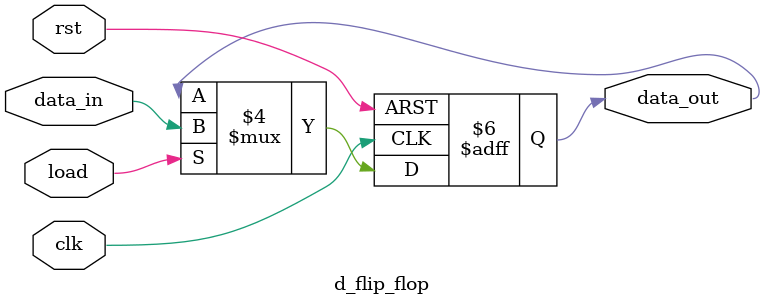
<source format=v>
module d_flip_flop(data_out,data_in,load,rst,clk);
output data_out;
reg data_out;
input data_in;
input load;
input rst;
input clk;
always@(posedge clk or negedge rst)
begin 
if(rst ==0)
data_out<=0;
else if(load==1)
data_out<=data_in;
end
endmodule

</source>
